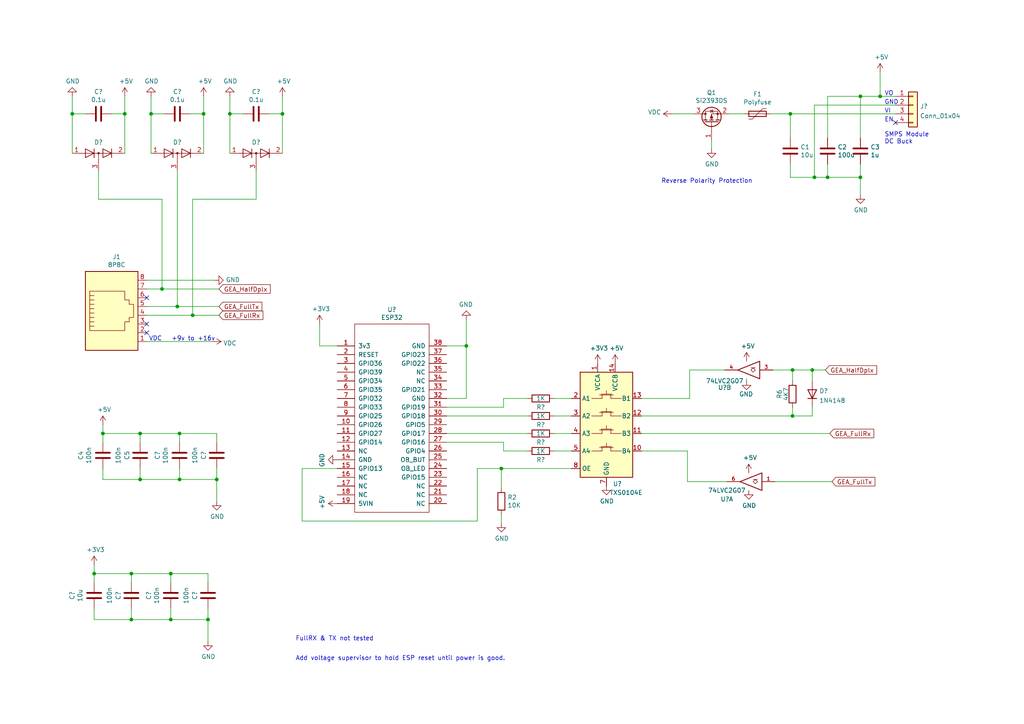
<source format=kicad_sch>
(kicad_sch (version 20211123) (generator eeschema)
  (paper "A4")
  (lib_symbols
    (symbol "74xGxx:74LVC2G07" (pin_names (offset 1.016))
      (property "Reference" "U" (at -2.54 3.81 0))
      (property "Value" "74LVC2G07" (at 0 -3.81 0))
      (symbol "74LVC2G07_0_1"
        (polyline (pts (xy -2.54 -0.635) (xy -1.27 -0.635)))
        (polyline (pts (xy -3.81 2.54) (xy -3.81 -2.54) (xy 2.54 0) (xy -3.81 2.54)) (stroke (width 0.254)))
        (polyline (pts (xy -1.905 0.635) (xy -2.54 0) (xy -1.905 -0.635) (xy -1.27 0) (xy -1.905 0.635)))
        (pin power_in line (at 0 -2.54 270) (length 0) hide (name "GND") (number "2"))
        (pin power_in line (at 0 2.54 90) (length 0) hide (name "VCC") (number "5"))
      )
      (symbol "74LVC2G07_1_1"
        (pin input line (at -7.62 0 0) (length 3.81) (name "~") (number "1"))
        (pin open_collector line (at 6.35 0 180) (length 3.81) (name "~") (number "6"))
      )
      (symbol "74LVC2G07_2_1"
        (pin input line (at -7.62 0 0) (length 3.81) (name "~") (number "3"))
        (pin open_collector line (at 6.35 0 180) (length 3.81) (name "~") (number "4"))
      )
    )
    (symbol "AtariWiiWifi:ESP32" (pin_names (offset 1.016))
      (property "Reference" "U" (at -5.08 -38.1 0))
      (property "Value" "ESP32" (at -1.27 16.51 0))
      (symbol "ESP32_0_0"
        (pin power_out line (at -17.78 12.7 0) (length 5.08) (name "3v3") (number "1"))
        (pin passive line (at -17.78 -10.16 0) (length 5.08) (name "GPIO26") (number "10"))
        (pin passive line (at -17.78 -12.7 0) (length 5.08) (name "GPIO27") (number "11"))
        (pin passive line (at -17.78 -15.24 0) (length 5.08) (name "GPIO14") (number "12"))
        (pin passive line (at -17.78 -17.78 0) (length 5.08) (name "NC") (number "13"))
        (pin power_in line (at -17.78 -20.32 0) (length 5.08) (name "GND") (number "14"))
        (pin passive line (at -17.78 -22.86 0) (length 5.08) (name "GPIO13") (number "15"))
        (pin passive line (at -17.78 -25.4 0) (length 5.08) (name "NC") (number "16"))
        (pin passive line (at -17.78 -27.94 0) (length 5.08) (name "NC") (number "17"))
        (pin passive line (at -17.78 -30.48 0) (length 5.08) (name "NC") (number "18"))
        (pin power_in line (at -17.78 -33.02 0) (length 5.08) (name "5VIN") (number "19"))
        (pin passive line (at -17.78 10.16 0) (length 5.08) (name "RESET") (number "2"))
        (pin passive line (at 13.97 -33.02 180) (length 5.08) (name "NC") (number "20"))
        (pin passive line (at 13.97 -30.48 180) (length 5.08) (name "NC") (number "21"))
        (pin passive line (at 13.97 -27.94 180) (length 5.08) (name "NC") (number "22"))
        (pin passive line (at 13.97 -25.4 180) (length 5.08) (name "GPIO15") (number "23"))
        (pin passive line (at 13.97 -22.86 180) (length 5.08) (name "OB_LED") (number "24"))
        (pin passive line (at 13.97 -20.32 180) (length 5.08) (name "OB_BUT") (number "25"))
        (pin passive line (at 13.97 -17.78 180) (length 5.08) (name "GPIO4") (number "26"))
        (pin passive line (at 13.97 -15.24 180) (length 5.08) (name "GPIO16") (number "27"))
        (pin passive line (at 13.97 -12.7 180) (length 5.08) (name "GPIO17") (number "28"))
        (pin passive line (at 13.97 -10.16 180) (length 5.08) (name "GPIO5") (number "29"))
        (pin passive line (at -17.78 7.62 0) (length 5.08) (name "GPIO36") (number "3"))
        (pin passive line (at 13.97 -7.62 180) (length 5.08) (name "GPIO18") (number "30"))
        (pin passive line (at 13.97 -5.08 180) (length 5.08) (name "GPIO19") (number "31"))
        (pin power_in line (at 13.97 -2.54 180) (length 5.08) (name "GND") (number "32"))
        (pin passive line (at 13.97 0 180) (length 5.08) (name "GPIO21") (number "33"))
        (pin passive line (at 13.97 2.54 180) (length 5.08) (name "NC") (number "34"))
        (pin passive line (at 13.97 5.08 180) (length 5.08) (name "NC") (number "35"))
        (pin passive line (at 13.97 7.62 180) (length 5.08) (name "GPIO22") (number "36"))
        (pin passive line (at 13.97 10.16 180) (length 5.08) (name "GPIO23") (number "37"))
        (pin power_out line (at 13.97 12.7 180) (length 5.08) (name "GND") (number "38"))
        (pin passive line (at -17.78 5.08 0) (length 5.08) (name "GPIO39") (number "4"))
        (pin passive line (at -17.78 2.54 0) (length 5.08) (name "GPIO34") (number "5"))
        (pin passive line (at -17.78 0 0) (length 5.08) (name "GPIO35") (number "6"))
        (pin passive line (at -17.78 -2.54 0) (length 5.08) (name "GPIO32") (number "7"))
        (pin passive line (at -17.78 -5.08 0) (length 5.08) (name "GPIO33") (number "8"))
        (pin passive line (at -17.78 -7.62 0) (length 5.08) (name "GPIO25") (number "9"))
      )
      (symbol "ESP32_0_1"
        (rectangle (start 8.89 -35.56) (end -12.7 19.05))
      )
    )
    (symbol "AtariWiiWifi:TXS0104E"
      (property "Reference" "U" (at -6.35 21.59 0))
      (property "Value" "TXS0104E" (at 3.81 21.59 0))
      (symbol "TXS0104E_0_0"
        (pin no_connect line (at -10.16 -5.08 0) (length 2.54) hide (name "NC") (number "6"))
        (pin no_connect line (at 10.16 -5.08 180) (length 2.54) hide (name "NC") (number "9"))
      )
      (symbol "TXS0104E_0_1"
        (rectangle (start -7.62 20.32) (end 7.62 -10.16) (stroke (width 0.254)) (fill (type background)))
        (polyline (pts (xy -4.318 -2.54) (xy -1.27 -2.54)))
        (polyline (pts (xy -4.318 7.62) (xy -1.27 7.62)))
        (polyline (pts (xy -2.032 -1.524) (xy 2.032 -1.524)))
        (polyline (pts (xy -2.032 8.636) (xy 2.032 8.636)))
        (polyline (pts (xy -1.524 -1.27) (xy 1.524 -1.27)))
        (polyline (pts (xy -1.524 8.89) (xy 1.524 8.89)))
        (polyline (pts (xy -1.27 -2.54) (xy -1.27 -1.524)))
        (polyline (pts (xy -1.27 7.62) (xy -1.27 8.636)))
        (polyline (pts (xy 0 -1.27) (xy 0 -0.254)))
        (polyline (pts (xy 0 8.89) (xy 0 9.906)))
        (polyline (pts (xy 1.27 -2.54) (xy 1.27 -1.524)))
        (polyline (pts (xy 1.27 7.62) (xy 1.27 8.636)))
        (polyline (pts (xy 4.318 -2.54) (xy 1.27 -2.54)))
        (polyline (pts (xy 4.318 7.62) (xy 1.27 7.62)))
      )
      (symbol "TXS0104E_1_1"
        (polyline (pts (xy -4.318 2.54) (xy -1.27 2.54)))
        (polyline (pts (xy -4.318 12.7) (xy -1.27 12.7)))
        (polyline (pts (xy -2.032 3.556) (xy 2.032 3.556)))
        (polyline (pts (xy -2.032 13.716) (xy 2.032 13.716)))
        (polyline (pts (xy -1.524 3.81) (xy 1.524 3.81)))
        (polyline (pts (xy -1.524 13.97) (xy 1.524 13.97)))
        (polyline (pts (xy -1.27 2.54) (xy -1.27 3.556)))
        (polyline (pts (xy -1.27 12.7) (xy -1.27 13.716)))
        (polyline (pts (xy 0 3.81) (xy 0 4.826)))
        (polyline (pts (xy 0 13.97) (xy 0 14.986)))
        (polyline (pts (xy 1.27 2.54) (xy 1.27 3.556)))
        (polyline (pts (xy 1.27 12.7) (xy 1.27 13.716)))
        (polyline (pts (xy 4.318 2.54) (xy 1.27 2.54)))
        (polyline (pts (xy 4.318 12.7) (xy 1.27 12.7)))
        (pin power_in line (at -2.54 22.86 270) (length 2.54) (name "VCCA") (number "1"))
        (pin bidirectional line (at 10.16 -2.54 180) (length 2.54) (name "B4") (number "10"))
        (pin bidirectional line (at 10.16 2.54 180) (length 2.54) (name "B3") (number "11"))
        (pin bidirectional line (at 10.16 7.62 180) (length 2.54) (name "B2") (number "12"))
        (pin bidirectional line (at 10.16 12.7 180) (length 2.54) (name "B1") (number "13"))
        (pin power_in line (at 2.54 22.86 270) (length 2.54) (name "VCCB") (number "14"))
        (pin bidirectional line (at -10.16 12.7 0) (length 2.54) (name "A1") (number "2"))
        (pin bidirectional line (at -10.16 7.62 0) (length 2.54) (name "A2") (number "3"))
        (pin bidirectional line (at -10.16 2.54 0) (length 2.54) (name "A3") (number "4"))
        (pin bidirectional line (at -10.16 -2.54 0) (length 2.54) (name "A4") (number "5"))
        (pin power_in line (at 0 -12.7 90) (length 2.54) (name "GND") (number "7"))
        (pin input line (at -10.16 -7.62 0) (length 2.54) (name "OE") (number "8"))
      )
    )
    (symbol "Connector:8P8C" (pin_names (offset 1.016))
      (property "Reference" "J" (at -5.08 13.97 0))
      (property "Value" "8P8C" (at 2.54 13.97 0))
      (symbol "8P8C_0_1"
        (polyline (pts (xy -5.08 4.445) (xy -6.35 4.445)))
        (polyline (pts (xy -5.08 5.715) (xy -6.35 5.715)))
        (polyline (pts (xy -6.35 -3.175) (xy -5.08 -3.175) (xy -5.08 -3.175)))
        (polyline (pts (xy -6.35 -1.905) (xy -5.08 -1.905) (xy -5.08 -1.905)))
        (polyline (pts (xy -6.35 -0.635) (xy -5.08 -0.635) (xy -5.08 -0.635)))
        (polyline (pts (xy -6.35 0.635) (xy -5.08 0.635) (xy -5.08 0.635)))
        (polyline (pts (xy -6.35 1.905) (xy -5.08 1.905) (xy -5.08 1.905)))
        (polyline (pts (xy -5.08 3.175) (xy -6.35 3.175) (xy -6.35 3.175)))
        (polyline (pts (xy -6.35 -4.445) (xy -6.35 6.985) (xy 3.81 6.985) (xy 3.81 4.445) (xy 5.08 4.445) (xy 5.08 3.175) (xy 6.35 3.175) (xy 6.35 -0.635) (xy 5.08 -0.635) (xy 5.08 -1.905) (xy 3.81 -1.905) (xy 3.81 -4.445) (xy -6.35 -4.445) (xy -6.35 -4.445)))
        (rectangle (start 7.62 12.7) (end -7.62 -10.16) (stroke (width 0.254)) (fill (type background)))
      )
      (symbol "8P8C_1_1"
        (pin passive line (at 10.16 -7.62 180) (length 2.54) (name "~") (number "1"))
        (pin passive line (at 10.16 -5.08 180) (length 2.54) (name "~") (number "2"))
        (pin passive line (at 10.16 -2.54 180) (length 2.54) (name "~") (number "3"))
        (pin passive line (at 10.16 0 180) (length 2.54) (name "~") (number "4"))
        (pin passive line (at 10.16 2.54 180) (length 2.54) (name "~") (number "5"))
        (pin passive line (at 10.16 5.08 180) (length 2.54) (name "~") (number "6"))
        (pin passive line (at 10.16 7.62 180) (length 2.54) (name "~") (number "7"))
        (pin passive line (at 10.16 10.16 180) (length 2.54) (name "~") (number "8"))
      )
    )
    (symbol "Connector_Generic:Conn_01x04" (pin_names (offset 1.016) hide)
      (property "Reference" "J" (at 0 5.08 0))
      (property "Value" "Conn_01x04" (at 0 -7.62 0))
      (symbol "Conn_01x04_1_1"
        (rectangle (start -1.27 -4.953) (end 0 -5.207) (stroke (width 0.1524)))
        (rectangle (start -1.27 -2.413) (end 0 -2.667) (stroke (width 0.1524)))
        (rectangle (start -1.27 0.127) (end 0 -0.127) (stroke (width 0.1524)))
        (rectangle (start -1.27 2.667) (end 0 2.413) (stroke (width 0.1524)))
        (rectangle (start -1.27 3.81) (end 1.27 -6.35) (stroke (width 0.254)) (fill (type background)))
        (pin passive line (at -5.08 2.54 0) (length 3.81) (name "Pin_1") (number "1"))
        (pin passive line (at -5.08 0 0) (length 3.81) (name "Pin_2") (number "2"))
        (pin passive line (at -5.08 -2.54 0) (length 3.81) (name "Pin_3") (number "3"))
        (pin passive line (at -5.08 -5.08 0) (length 3.81) (name "Pin_4") (number "4"))
      )
    )
    (symbol "Device:C" (pin_numbers hide) (pin_names (offset 0.254))
      (property "Reference" "C" (at 0.635 2.54 0))
      (property "Value" "C" (at 0.635 -2.54 0))
      (symbol "C_0_1"
        (polyline (pts (xy -2.032 -0.762) (xy 2.032 -0.762)) (stroke (width 0.508)))
        (polyline (pts (xy -2.032 0.762) (xy 2.032 0.762)) (stroke (width 0.508)))
      )
      (symbol "C_1_1"
        (pin passive line (at 0 3.81 270) (length 2.794) (name "~") (number "1"))
        (pin passive line (at 0 -3.81 90) (length 2.794) (name "~") (number "2"))
      )
    )
    (symbol "Device:Polyfuse" (pin_numbers hide) (pin_names (offset 0))
      (property "Reference" "F" (at -2.54 0 90))
      (property "Value" "Polyfuse" (at 2.54 0 90))
      (symbol "Polyfuse_0_1"
        (rectangle (start -0.762 2.54) (end 0.762 -2.54) (stroke (width 0.254)))
        (polyline (pts (xy 0 2.54) (xy 0 -2.54)))
        (polyline (pts (xy -1.524 2.54) (xy -1.524 1.524) (xy 1.524 -1.524) (xy 1.524 -2.54)))
      )
      (symbol "Polyfuse_1_1"
        (pin passive line (at 0 3.81 270) (length 1.27) (name "~") (number "1"))
        (pin passive line (at 0 -3.81 90) (length 1.27) (name "~") (number "2"))
      )
    )
    (symbol "Device:Q_PMOS_GSD" (pin_names (offset 0) hide)
      (property "Reference" "Q" (at 5.08 1.27 0))
      (property "Value" "Q_PMOS_GSD" (at 5.08 -1.27 0))
      (symbol "Q_PMOS_GSD_0_1"
        (polyline (pts (xy 0.254 0) (xy -2.54 0)))
        (polyline (pts (xy 0.254 1.905) (xy 0.254 -1.905)) (stroke (width 0.254)))
        (polyline (pts (xy 0.762 -1.27) (xy 0.762 -2.286)) (stroke (width 0.254)))
        (polyline (pts (xy 0.762 0.508) (xy 0.762 -0.508)) (stroke (width 0.254)))
        (polyline (pts (xy 0.762 2.286) (xy 0.762 1.27)) (stroke (width 0.254)))
        (polyline (pts (xy 2.54 2.54) (xy 2.54 1.778)))
        (polyline (pts (xy 2.54 -2.54) (xy 2.54 0) (xy 0.762 0)))
        (polyline (pts (xy 0.762 1.778) (xy 3.302 1.778) (xy 3.302 -1.778) (xy 0.762 -1.778)))
        (polyline (pts (xy 2.286 0) (xy 1.27 0.381) (xy 1.27 -0.381) (xy 2.286 0)) (fill (type outline)))
        (polyline (pts (xy 2.794 -0.508) (xy 2.921 -0.381) (xy 3.683 -0.381) (xy 3.81 -0.254)))
        (polyline (pts (xy 3.302 -0.381) (xy 2.921 0.254) (xy 3.683 0.254) (xy 3.302 -0.381)))
        (circle (center 1.651 0) (radius 2.794) (stroke (width 0.254)))
        (circle (center 2.54 -1.778) (radius 0.254) (fill (type outline)))
        (circle (center 2.54 1.778) (radius 0.254) (fill (type outline)))
      )
      (symbol "Q_PMOS_GSD_1_1"
        (pin input line (at -5.08 0 0) (length 2.54) (name "G") (number "1"))
        (pin passive line (at 2.54 -5.08 90) (length 2.54) (name "S") (number "2"))
        (pin passive line (at 2.54 5.08 270) (length 2.54) (name "D") (number "3"))
      )
    )
    (symbol "Device:R" (pin_numbers hide) (pin_names (offset 0))
      (property "Reference" "R" (at 2.032 0 90))
      (property "Value" "R" (at 0 0 90))
      (symbol "R_0_1"
        (rectangle (start -1.016 -2.54) (end 1.016 2.54) (stroke (width 0.254)))
      )
      (symbol "R_1_1"
        (pin passive line (at 0 3.81 270) (length 1.27) (name "~") (number "1"))
        (pin passive line (at 0 -3.81 90) (length 1.27) (name "~") (number "2"))
      )
    )
    (symbol "Diode:1N4148" (pin_numbers hide) (pin_names (offset 1.016) hide)
      (property "Reference" "D" (at 0 2.54 0))
      (property "Value" "1N4148" (at 0 -2.54 0))
      (symbol "1N4148_0_1"
        (polyline (pts (xy -1.27 1.27) (xy -1.27 -1.27)) (stroke (width 0.254)))
        (polyline (pts (xy 1.27 0) (xy -1.27 0)))
        (polyline (pts (xy 1.27 1.27) (xy 1.27 -1.27) (xy -1.27 0) (xy 1.27 1.27)) (stroke (width 0.254)))
      )
      (symbol "1N4148_1_1"
        (pin passive line (at -3.81 0 0) (length 2.54) (name "K") (number "1"))
        (pin passive line (at 3.81 0 180) (length 2.54) (name "A") (number "2"))
      )
    )
    (symbol "Diode:BAV99" (pin_names hide)
      (property "Reference" "D" (at 0 5.08 0))
      (property "Value" "BAV99" (at 0 2.54 0))
      (symbol "BAV99_0_1"
        (polyline (pts (xy -5.08 0) (xy 5.08 0)))
      )
      (symbol "BAV99_1_1"
        (polyline (pts (xy 0 0) (xy 0 -2.54)))
        (polyline (pts (xy -1.27 -1.27) (xy -1.27 1.27) (xy -1.27 1.27)) (stroke (width 0.2032)))
        (polyline (pts (xy 3.81 1.27) (xy 3.81 -1.27) (xy 3.81 -1.27)) (stroke (width 0.2032)))
        (polyline (pts (xy -3.81 1.27) (xy -1.27 0) (xy -3.81 -1.27) (xy -3.81 1.27) (xy -3.81 1.27) (xy -3.81 1.27)) (stroke (width 0.2032)))
        (polyline (pts (xy 1.27 1.27) (xy 3.81 0) (xy 1.27 -1.27) (xy 1.27 1.27) (xy 1.27 1.27) (xy 1.27 1.27)) (stroke (width 0.2032)))
        (circle (center 0 0) (radius 0.254) (fill (type outline)))
        (pin passive line (at -7.62 0 0) (length 2.54) (name "K") (number "1"))
        (pin passive line (at 7.62 0 180) (length 2.54) (name "A") (number "2"))
        (pin passive line (at 0 -5.08 90) (length 2.54) (name "K") (number "3"))
      )
    )
    (symbol "Jumper:SolderJumper_2_Open" (pin_names (offset 0) hide)
      (property "Reference" "JP" (at 0 2.032 0))
      (property "Value" "SolderJumper_2_Open" (at 0 -2.54 0))
      (symbol "SolderJumper_2_Open_0_1"
        (arc (start -0.254 1.016) (mid -1.27 0) (end -0.254 -1.016))
        (arc (start -0.254 1.016) (mid -1.27 0) (end -0.254 -1.016) (fill (type outline)))
        (polyline (pts (xy -0.254 1.016) (xy -0.254 -1.016)))
        (polyline (pts (xy 0.254 1.016) (xy 0.254 -1.016)))
        (arc (start 0.254 -1.016) (mid 1.27 0) (end 0.254 1.016))
        (arc (start 0.254 -1.016) (mid 1.27 0) (end 0.254 1.016) (fill (type outline)))
      )
      (symbol "SolderJumper_2_Open_1_1"
        (pin passive line (at -3.81 0 0) (length 2.54) (name "A") (number "1"))
        (pin passive line (at 3.81 0 180) (length 2.54) (name "B") (number "2"))
      )
    )
    (symbol "power:+3.3V" (power) (pin_names (offset 0))
      (property "Value" "+3.3V" (at 0 3.556 0))
      (symbol "+3.3V_0_1"
        (polyline (pts (xy -0.762 1.27) (xy 0 2.54)))
        (polyline (pts (xy 0 0) (xy 0 2.54)))
        (polyline (pts (xy 0 2.54) (xy 0.762 1.27)))
      )
      (symbol "+3.3V_1_1"
        (pin power_in line (at 0 0 90) (length 0) hide (name "+3V3") (number "1"))
      )
    )
    (symbol "power:+5V" (power) (pin_names (offset 0))
      (property "Value" "+5V" (at 0 3.556 0))
      (symbol "+5V_0_1"
        (polyline (pts (xy -0.762 1.27) (xy 0 2.54)))
        (polyline (pts (xy 0 0) (xy 0 2.54)))
        (polyline (pts (xy 0 2.54) (xy 0.762 1.27)))
      )
      (symbol "+5V_1_1"
        (pin power_in line (at 0 0 90) (length 0) hide (name "+5V") (number "1"))
      )
    )
    (symbol "power:GND" (power) (pin_names (offset 0))
      (property "Value" "GND" (at 0 -3.81 0))
      (symbol "GND_0_1"
        (polyline (pts (xy 0 0) (xy 0 -1.27) (xy 1.27 -1.27) (xy 0 -2.54) (xy -1.27 -1.27) (xy 0 -1.27)))
      )
      (symbol "GND_1_1"
        (pin power_in line (at 0 0 270) (length 0) hide (name "GND") (number "1"))
      )
    )
    (symbol "power:VDC" (power) (pin_names (offset 0))
      (property "Value" "VDC" (at 0 6.35 0))
      (symbol "VDC_0_1"
        (polyline (pts (xy -0.762 1.27) (xy 0 2.54)))
        (polyline (pts (xy 0 0) (xy 0 2.54)))
        (polyline (pts (xy 0 2.54) (xy 0.762 1.27)))
      )
      (symbol "VDC_1_1"
        (pin power_in line (at 0 0 90) (length 0) hide (name "VDC") (number "1"))
      )
    )
  )
  (junction (at 229.87 120.65))
  (junction (at 145.415 135.89))
  (junction (at 38.1 179.705))
  (junction (at 236.22 51.435))
  (junction (at 49.53 166.37))
  (junction (at 135.255 100.33))
  (junction (at 249.555 27.94))
  (junction (at 27.305 166.37))
  (junction (at 38.1 166.37))
  (junction (at 55.88 91.44))
  (junction (at 52.07 139.065))
  (junction (at 240.03 51.435))
  (junction (at 40.64 139.065))
  (junction (at 235.585 107.315))
  (junction (at 29.845 125.73))
  (junction (at 59.055 33.02))
  (junction (at 62.865 139.065))
  (junction (at 43.815 33.02))
  (junction (at 229.87 107.315))
  (junction (at 66.675 33.02))
  (junction (at 249.555 51.435))
  (junction (at 81.915 33.02))
  (junction (at 60.325 179.705))
  (junction (at 229.235 33.02))
  (junction (at 40.64 125.73))
  (junction (at 52.07 125.73))
  (junction (at 46.99 83.82))
  (junction (at 20.955 33.02))
  (junction (at 49.53 179.705))
  (junction (at 36.195 33.02))
  (junction (at 255.27 27.94))
  (junction (at 51.435 88.9))
  (no_connect (at 42.545 86.36))
  (no_connect (at 259.715 35.56))
  (no_connect (at 42.545 93.98))
  (no_connect (at 42.545 96.52))
  (wire (pts (xy 87.63 135.89) (xy 87.63 151.13)))
  (wire (pts (xy 229.235 51.435) (xy 236.22 51.435)))
  (wire (pts (xy 20.955 33.02) (xy 20.955 44.45)))
  (wire (pts (xy 224.79 139.7) (xy 241.3 139.7)))
  (wire (pts (xy 29.845 139.065) (xy 40.64 139.065)))
  (wire (pts (xy 38.1 179.705) (xy 49.53 179.705)))
  (wire (pts (xy 229.235 47.625) (xy 229.235 51.435)))
  (wire (pts (xy 129.54 120.65) (xy 153.035 120.65)))
  (wire (pts (xy 55.88 57.785) (xy 55.88 91.44)))
  (wire (pts (xy 145.415 135.89) (xy 165.735 135.89)))
  (wire (pts (xy 52.07 139.065) (xy 62.865 139.065)))
  (wire (pts (xy 194.945 33.02) (xy 201.295 33.02)))
  (wire (pts (xy 145.415 149.225) (xy 145.415 151.765)))
  (wire (pts (xy 52.07 125.73) (xy 40.64 125.73)))
  (wire (pts (xy 49.53 179.705) (xy 60.325 179.705)))
  (wire (pts (xy 55.88 91.44) (xy 63.5 91.44)))
  (wire (pts (xy 49.53 168.91) (xy 49.53 166.37)))
  (wire (pts (xy 52.07 128.27) (xy 52.07 125.73)))
  (wire (pts (xy 249.555 51.435) (xy 249.555 47.625)))
  (wire (pts (xy 97.79 135.89) (xy 87.63 135.89)))
  (wire (pts (xy 186.055 125.73) (xy 240.665 125.73)))
  (wire (pts (xy 49.53 176.53) (xy 49.53 179.705)))
  (wire (pts (xy 36.195 27.94) (xy 36.195 33.02)))
  (wire (pts (xy 160.655 115.57) (xy 165.735 115.57)))
  (wire (pts (xy 135.255 115.57) (xy 135.255 100.33)))
  (wire (pts (xy 28.575 57.785) (xy 46.99 57.785)))
  (wire (pts (xy 28.575 49.53) (xy 28.575 57.785)))
  (wire (pts (xy 229.87 107.315) (xy 229.87 110.49)))
  (wire (pts (xy 60.325 168.91) (xy 60.325 166.37)))
  (wire (pts (xy 129.54 118.11) (xy 146.05 118.11)))
  (wire (pts (xy 224.155 107.315) (xy 229.87 107.315)))
  (wire (pts (xy 186.055 130.81) (xy 199.39 130.81)))
  (wire (pts (xy 146.05 128.27) (xy 146.05 130.81)))
  (wire (pts (xy 27.305 176.53) (xy 27.305 179.705)))
  (wire (pts (xy 235.585 118.11) (xy 235.585 120.65)))
  (wire (pts (xy 240.03 51.435) (xy 249.555 51.435)))
  (wire (pts (xy 186.055 115.57) (xy 200.025 115.57)))
  (wire (pts (xy 229.235 40.005) (xy 229.235 33.02)))
  (wire (pts (xy 236.22 30.48) (xy 236.22 51.435)))
  (wire (pts (xy 235.585 107.315) (xy 235.585 110.49)))
  (wire (pts (xy 249.555 27.94) (xy 255.27 27.94)))
  (wire (pts (xy 129.54 100.33) (xy 135.255 100.33)))
  (wire (pts (xy 235.585 107.315) (xy 239.395 107.315)))
  (wire (pts (xy 235.585 120.65) (xy 229.87 120.65)))
  (wire (pts (xy 146.05 115.57) (xy 153.035 115.57)))
  (wire (pts (xy 135.255 100.33) (xy 135.255 92.71)))
  (wire (pts (xy 40.64 135.89) (xy 40.64 139.065)))
  (wire (pts (xy 24.765 33.02) (xy 20.955 33.02)))
  (wire (pts (xy 146.05 130.81) (xy 153.035 130.81)))
  (wire (pts (xy 38.1 166.37) (xy 27.305 166.37)))
  (wire (pts (xy 62.865 128.27) (xy 62.865 125.73)))
  (wire (pts (xy 42.545 99.06) (xy 61.595 99.06)))
  (wire (pts (xy 42.545 81.28) (xy 62.23 81.28)))
  (wire (pts (xy 36.195 33.02) (xy 36.195 44.45)))
  (wire (pts (xy 255.27 20.955) (xy 255.27 27.94)))
  (wire (pts (xy 129.54 128.27) (xy 146.05 128.27)))
  (wire (pts (xy 74.295 57.785) (xy 55.88 57.785)))
  (wire (pts (xy 81.915 27.94) (xy 81.915 33.02)))
  (wire (pts (xy 52.07 135.89) (xy 52.07 139.065)))
  (wire (pts (xy 43.815 33.02) (xy 43.815 44.45)))
  (wire (pts (xy 42.545 91.44) (xy 55.88 91.44)))
  (wire (pts (xy 27.305 166.37) (xy 27.305 168.91)))
  (wire (pts (xy 259.715 30.48) (xy 236.22 30.48)))
  (wire (pts (xy 55.245 33.02) (xy 59.055 33.02)))
  (wire (pts (xy 60.325 176.53) (xy 60.325 179.705)))
  (wire (pts (xy 97.79 100.33) (xy 92.71 100.33)))
  (wire (pts (xy 32.385 33.02) (xy 36.195 33.02)))
  (wire (pts (xy 27.305 179.705) (xy 38.1 179.705)))
  (wire (pts (xy 66.675 27.94) (xy 66.675 33.02)))
  (wire (pts (xy 240.03 51.435) (xy 236.22 51.435)))
  (wire (pts (xy 59.055 33.02) (xy 59.055 44.45)))
  (wire (pts (xy 29.845 125.73) (xy 29.845 128.27)))
  (wire (pts (xy 42.545 83.82) (xy 46.99 83.82)))
  (wire (pts (xy 62.865 139.065) (xy 62.865 145.415)))
  (wire (pts (xy 60.325 179.705) (xy 60.325 186.055)))
  (wire (pts (xy 87.63 151.13) (xy 138.43 151.13)))
  (wire (pts (xy 216.535 109.855) (xy 216.535 110.49)))
  (wire (pts (xy 240.03 47.625) (xy 240.03 51.435)))
  (wire (pts (xy 211.455 33.02) (xy 215.9 33.02)))
  (wire (pts (xy 29.845 123.19) (xy 29.845 125.73)))
  (wire (pts (xy 223.52 33.02) (xy 229.235 33.02)))
  (wire (pts (xy 49.53 166.37) (xy 38.1 166.37)))
  (wire (pts (xy 199.39 139.7) (xy 210.82 139.7)))
  (wire (pts (xy 46.99 57.785) (xy 46.99 83.82)))
  (wire (pts (xy 29.845 135.89) (xy 29.845 139.065)))
  (wire (pts (xy 229.87 107.315) (xy 235.585 107.315)))
  (wire (pts (xy 138.43 135.89) (xy 145.415 135.89)))
  (wire (pts (xy 138.43 151.13) (xy 138.43 135.89)))
  (wire (pts (xy 249.555 51.435) (xy 249.555 56.515)))
  (wire (pts (xy 255.27 27.94) (xy 259.715 27.94)))
  (wire (pts (xy 160.655 120.65) (xy 165.735 120.65)))
  (wire (pts (xy 62.865 135.89) (xy 62.865 139.065)))
  (wire (pts (xy 92.71 100.33) (xy 92.71 93.98)))
  (wire (pts (xy 66.675 33.02) (xy 66.675 44.45)))
  (wire (pts (xy 160.655 130.81) (xy 165.735 130.81)))
  (wire (pts (xy 145.415 135.89) (xy 145.415 141.605)))
  (wire (pts (xy 59.055 27.94) (xy 59.055 33.02)))
  (wire (pts (xy 129.54 115.57) (xy 135.255 115.57)))
  (wire (pts (xy 40.64 139.065) (xy 52.07 139.065)))
  (wire (pts (xy 229.235 33.02) (xy 259.715 33.02)))
  (wire (pts (xy 42.545 88.9) (xy 51.435 88.9)))
  (wire (pts (xy 240.03 40.005) (xy 240.03 27.94)))
  (wire (pts (xy 229.87 118.11) (xy 229.87 120.65)))
  (wire (pts (xy 249.555 27.94) (xy 249.555 40.005)))
  (wire (pts (xy 27.305 163.83) (xy 27.305 166.37)))
  (wire (pts (xy 200.025 107.315) (xy 210.185 107.315)))
  (wire (pts (xy 160.655 125.73) (xy 165.735 125.73)))
  (wire (pts (xy 146.05 118.11) (xy 146.05 115.57)))
  (wire (pts (xy 200.025 115.57) (xy 200.025 107.315)))
  (wire (pts (xy 81.915 33.02) (xy 81.915 44.45)))
  (wire (pts (xy 206.375 40.64) (xy 206.375 43.18)))
  (wire (pts (xy 74.295 49.53) (xy 74.295 57.785)))
  (wire (pts (xy 186.055 120.65) (xy 229.87 120.65)))
  (wire (pts (xy 20.955 27.94) (xy 20.955 33.02)))
  (wire (pts (xy 60.325 166.37) (xy 49.53 166.37)))
  (wire (pts (xy 38.1 168.91) (xy 38.1 166.37)))
  (wire (pts (xy 51.435 49.53) (xy 51.435 88.9)))
  (wire (pts (xy 43.815 27.94) (xy 43.815 33.02)))
  (wire (pts (xy 46.99 83.82) (xy 63.5 83.82)))
  (wire (pts (xy 62.865 125.73) (xy 52.07 125.73)))
  (wire (pts (xy 240.03 27.94) (xy 249.555 27.94)))
  (wire (pts (xy 38.1 176.53) (xy 38.1 179.705)))
  (wire (pts (xy 40.64 125.73) (xy 29.845 125.73)))
  (wire (pts (xy 51.435 88.9) (xy 63.5 88.9)))
  (wire (pts (xy 129.54 125.73) (xy 153.035 125.73)))
  (wire (pts (xy 47.625 33.02) (xy 43.815 33.02)))
  (wire (pts (xy 78.105 33.02) (xy 81.915 33.02)))
  (wire (pts (xy 40.64 128.27) (xy 40.64 125.73)))
  (wire (pts (xy 70.485 33.02) (xy 66.675 33.02)))
  (wire (pts (xy 199.39 130.81) (xy 199.39 139.7)))
  (text "Add voltage supervisor to hold ESP reset until power is good." (at 85.725 191.77 0) (effects (font (size 1.27 1.27)) (justify left bottom)))
  (text "EN" (at 256.54 35.56 0) (effects (font (size 1.27 1.27)) (justify left bottom)))
  (text "Reverse Polarity Protection" (at 191.77 53.34 0) (effects (font (size 1.27 1.27)) (justify left bottom)))
  (text "VO" (at 256.54 27.94 0) (effects (font (size 1.27 1.27)) (justify left bottom)))
  (text "VI" (at 256.54 33.02 0) (effects (font (size 1.27 1.27)) (justify left bottom)))
  (text "FullRX & TX not tested" (at 85.725 186.055 0) (effects (font (size 1.27 1.27)) (justify left bottom)))
  (text "GND" (at 256.54 30.48 0) (effects (font (size 1.27 1.27)) (justify left bottom)))
  (text "SMPS Module\nDC Buck" (at 256.54 41.91 0) (effects (font (size 1.27 1.27)) (justify left bottom)))
  (text "VDC   +9v to +16v" (at 43.18 99.06 0) (effects (font (size 1.27 1.27)) (justify left bottom)))
  (global_label "GEA_HalfDplx" (shape input) (at 63.5 83.82 0) (property "Intersheet References" "${INTERSHEET_REFS}" (effects hide)))
  (global_label "GEA_FullRx" (shape input) (at 63.5 91.44 0) (property "Intersheet References" "${INTERSHEET_REFS}" (effects hide)))
  (global_label "GEA_FullRx" (shape input) (at 240.665 125.73 0) (property "Intersheet References" "${INTERSHEET_REFS}" (effects hide)))
  (global_label "GEA_HalfDplx" (shape input) (at 239.395 107.315 0) (property "Intersheet References" "${INTERSHEET_REFS}" (effects hide)))
  (global_label "GEA_FullTx" (shape input) (at 63.5 88.9 0) (property "Intersheet References" "${INTERSHEET_REFS}" (effects hide)))
  (global_label "GEA_FullTx" (shape input) (at 241.3 139.7 0) (property "Intersheet References" "${INTERSHEET_REFS}" (effects hide)))
  (symbol (lib_id "Connector:8P8C") (at 32.385 91.44 0) (unit 1)
    (property "Reference" "J1" (at 33.8328 74.4982 0))
    (property "Value" "8P8C" (at 33.8328 76.8096 0))
    (property "Footprint" "Connectors:RJ45_8" (effects hide))
    (property "Datasheet" "https://github.com/puddly/casserole/issues/3#issue-433554335" (effects hide))
  )
  (symbol (lib_id "power:GND") (at 62.23 81.28 90) (unit 1)
    (property "Reference" "#PWR0103" (effects hide))
    (property "Value" "GND" (at 65.4812 81.153 90) (effects (justify right)))
  )
  (symbol (lib_id "Device:Q_PMOS_GSD") (at 206.375 35.56 90) (unit 1)
    (property "Reference" "Q1" (at 206.375 26.8732 90))
    (property "Value" "Si2393DS" (at 206.375 29.1846 90))
    (property "Datasheet" "https://www.mouser.com/datasheet/2/427/si2393ds-1765301.pdf" (effects hide))
  )
  (symbol (lib_id "Device:R") (at 156.845 130.81 90) (unit 1)
    (property "Reference" "R?" (at 156.845 133.35 90))
    (property "Value" "1K" (at 156.845 130.81 90))
  )
  (symbol (lib_id "Device:Polyfuse") (at 219.71 33.02 270) (unit 1)
    (property "Reference" "F1" (at 219.71 27.305 90))
    (property "Value" "Polyfuse" (at 219.71 29.6164 90))
    (property "Footprint" "Resistors_SMD:R_1812_HandSoldering" (effects hide))
    (property "Datasheet" "https://www.mouser.com/ProductDetail/Bourns/MF-MSMF030-2?qs=4Enggx7jqVwuh3vnyeU3lA%3D%3D" (effects hide))
  )
  (symbol (lib_id "power:GND") (at 206.375 43.18 0) (unit 1)
    (property "Reference" "#PWR0107" (effects hide))
    (property "Value" "GND" (at 206.502 47.5742 0))
  )
  (symbol (lib_id "power:GND") (at 249.555 56.515 0) (unit 1)
    (property "Reference" "#PWR0111" (effects hide))
    (property "Value" "GND" (at 249.682 60.9092 0))
  )
  (symbol (lib_id "Device:C") (at 229.235 43.815 0) (unit 1)
    (property "Reference" "C1" (at 232.156 42.6466 0) (effects (justify left)))
    (property "Value" "10u" (at 232.156 44.958 0) (effects (justify left)))
  )
  (symbol (lib_id "Device:C") (at 240.03 43.815 0) (unit 1)
    (property "Reference" "C2" (at 242.951 42.6466 0) (effects (justify left)))
    (property "Value" "100u" (at 242.951 44.958 0) (effects (justify left)))
  )
  (symbol (lib_id "power:+5V") (at 255.27 20.955 0) (unit 1)
    (property "Reference" "#PWR0108" (effects hide))
    (property "Value" "+5V" (at 255.651 16.5608 0))
  )
  (symbol (lib_id "power:+5V") (at 29.845 123.19 0) (unit 1)
    (property "Reference" "#PWR0109" (effects hide))
    (property "Value" "+5V" (at 30.226 118.7958 0))
  )
  (symbol (lib_id "Jumper:SolderJumper_2_Open") (at 353.695 161.29 270) (unit 1)
    (property "Reference" "JP1" (at 348.615 160.655 90) (effects (justify left)))
    (property "Value" "WriteProtect" (at 340.995 163.195 90) (effects (justify left)))
  )
  (symbol (lib_id "Device:R") (at 229.87 114.3 180) (unit 1)
    (property "Reference" "R6" (at 226.06 114.3 90))
    (property "Value" "4K7" (at 227.965 114.3 90))
  )
  (symbol (lib_id "Device:R") (at 145.415 145.415 0) (unit 1)
    (property "Reference" "R2" (at 147.193 144.2466 0) (effects (justify left)))
    (property "Value" "10K" (at 147.193 146.558 0) (effects (justify left)))
  )
  (symbol (lib_id "Device:C") (at 249.555 43.815 0) (unit 1)
    (property "Reference" "C3" (at 252.476 42.6466 0) (effects (justify left)))
    (property "Value" "1u" (at 252.476 44.958 0) (effects (justify left)))
  )
  (symbol (lib_id "Device:C") (at 29.845 132.08 0) (unit 1)
    (property "Reference" "C4" (at 23.4442 132.08 90))
    (property "Value" "100n" (at 25.7556 132.08 90))
  )
  (symbol (lib_id "Device:C") (at 40.64 132.08 180) (unit 1)
    (property "Reference" "C5" (at 36.83 132.08 90))
    (property "Value" "100n" (at 34.29 132.08 90))
  )
  (symbol (lib_id "power:GND") (at 135.255 92.71 180) (unit 1)
    (property "Reference" "#PWR0112" (effects hide))
    (property "Value" "GND" (at 135.128 88.3158 0))
  )
  (symbol (lib_id "power:+3.3V") (at 92.71 93.98 0) (unit 1)
    (property "Reference" "#PWR0113" (effects hide))
    (property "Value" "+3.3V" (at 93.091 89.5858 0))
  )
  (symbol (lib_id "power:GND") (at 175.895 140.97 0) (unit 1)
    (property "Reference" "#PWR?" (effects hide))
    (property "Value" "GND" (at 176.022 145.3642 0))
  )
  (symbol (lib_id "power:+5V") (at 217.17 137.16 0) (unit 1)
    (property "Reference" "#PWR?" (effects hide))
    (property "Value" "+5V" (at 217.551 132.7658 0))
  )
  (symbol (lib_id "power:GND") (at 216.535 110.49 0) (unit 1)
    (property "Reference" "#PWR?" (effects hide))
    (property "Value" "GND" (at 218.44 114.3 0) (effects (justify right)))
  )
  (symbol (lib_id "power:VDC") (at 61.595 99.06 270) (unit 1)
    (property "Reference" "#PWR?" (effects hide))
    (property "Value" "VDC" (at 64.77 99.539 90) (effects (justify left)))
  )
  (symbol (lib_id "Device:C") (at 51.435 33.02 270) (unit 1)
    (property "Reference" "C?" (at 51.435 26.6192 90))
    (property "Value" "0.1u" (at 51.435 28.9306 90))
    (property "Footprint" "Capacitor_Tantalum_SMD:CP_EIA-1608-10_AVX-L" (effects hide))
  )
  (symbol (lib_id "74xGxx:74LVC2G07") (at 216.535 107.315 180) (unit 2)
    (property "Reference" "U?" (at 210.185 112.395 0))
    (property "Value" "74LVC2G07" (at 210.185 110.49 0))
    (property "Datasheet" "http://www.ti.com/lit/sg/scyt129e/scyt129e.pdf" (effects hide))
  )
  (symbol (lib_id "Device:C") (at 52.07 132.08 0) (unit 1)
    (property "Reference" "C?" (at 45.6692 132.08 90))
    (property "Value" "100n" (at 47.9806 132.08 90))
  )
  (symbol (lib_id "Device:C") (at 49.53 172.72 0) (unit 1)
    (property "Reference" "C?" (at 43.1292 172.72 90))
    (property "Value" "100n" (at 45.4406 172.72 90))
  )
  (symbol (lib_id "power:+5V") (at 216.535 104.775 0) (unit 1)
    (property "Reference" "#PWR?" (effects hide))
    (property "Value" "+5V" (at 216.916 100.3808 0))
  )
  (symbol (lib_id "power:GND") (at 97.79 133.35 270) (unit 1)
    (property "Reference" "#PWR?" (effects hide))
    (property "Value" "GND" (at 93.3958 133.477 0))
  )
  (symbol (lib_id "Device:R") (at 156.845 115.57 90) (unit 1)
    (property "Reference" "R?" (at 156.845 118.11 90))
    (property "Value" "1K" (at 156.845 115.57 90))
  )
  (symbol (lib_id "power:VDC") (at 194.945 33.02 90) (unit 1)
    (property "Reference" "#PWR?" (effects hide))
    (property "Value" "VDC" (at 191.77 32.541 90) (effects (justify left)))
  )
  (symbol (lib_id "AtariWiiWifi:ESP32") (at 115.57 113.03 0) (unit 1)
    (property "Reference" "U?" (at 113.665 89.789 0))
    (property "Value" "ESP32" (at 113.665 92.1004 0))
    (property "Footprint" "AtariWiiWifi:DIP-38_900_ELL" (effects hide))
  )
  (symbol (lib_id "power:+3.3V") (at 27.305 163.83 0) (unit 1)
    (property "Reference" "#PWR?" (effects hide))
    (property "Value" "+3.3V" (at 27.686 159.4358 0))
  )
  (symbol (lib_id "Device:C") (at 60.325 172.72 180) (unit 1)
    (property "Reference" "C?" (at 56.515 172.72 90))
    (property "Value" "100n" (at 53.975 172.72 90))
  )
  (symbol (lib_id "power:GND") (at 62.865 145.415 0) (unit 1)
    (property "Reference" "#PWR?" (effects hide))
    (property "Value" "GND" (at 62.992 149.8092 0))
  )
  (symbol (lib_id "Device:C") (at 74.295 33.02 270) (unit 1)
    (property "Reference" "C?" (at 74.295 26.6192 90))
    (property "Value" "0.1u" (at 74.295 28.9306 90))
    (property "Footprint" "Capacitor_Tantalum_SMD:CP_EIA-1608-10_AVX-L" (effects hide))
  )
  (symbol (lib_id "Device:C") (at 27.305 172.72 0) (unit 1)
    (property "Reference" "C?" (at 20.9042 172.72 90))
    (property "Value" "10u" (at 23.2156 172.72 90))
  )
  (symbol (lib_id "power:GND") (at 145.415 151.765 0) (unit 1)
    (property "Reference" "#PWR?" (effects hide))
    (property "Value" "GND" (at 145.542 156.1592 0))
  )
  (symbol (lib_id "Connector_Generic:Conn_01x04") (at 264.795 30.48 0) (unit 1)
    (property "Reference" "J?" (at 266.827 30.8415 0) (effects (justify left)))
    (property "Value" "Conn_01x04" (at 266.827 33.6166 0) (effects (justify left)))
  )
  (symbol (lib_id "power:GND") (at 66.675 27.94 0) (mirror x) (unit 1)
    (property "Reference" "#PWR?" (effects hide))
    (property "Value" "GND" (at 66.802 23.5458 0))
  )
  (symbol (lib_id "Diode:BAV99") (at 28.575 44.45 0) (unit 1)
    (property "Reference" "D?" (at 28.575 41.275 0))
    (property "Value" "BAV99" (effects hide))
    (property "Footprint" "Package_TO_SOT_SMD:SOT-23" (effects hide))
    (property "Datasheet" "https://assets.nexperia.com/documents/data-sheet/BAV99_SER.pdf" (effects hide))
  )
  (symbol (lib_id "Diode:BAV99") (at 74.295 44.45 0) (unit 1)
    (property "Reference" "D?" (at 74.295 41.275 0))
    (property "Value" "BAV99" (effects hide))
    (property "Footprint" "Package_TO_SOT_SMD:SOT-23" (effects hide))
    (property "Datasheet" "https://assets.nexperia.com/documents/data-sheet/BAV99_SER.pdf" (effects hide))
  )
  (symbol (lib_id "74xGxx:74LVC2G07") (at 217.17 139.7 180) (unit 1)
    (property "Reference" "U?" (at 210.82 144.78 0))
    (property "Value" "74LVC2G07" (at 210.82 142.24 0))
    (property "Datasheet" "http://www.ti.com/lit/sg/scyt129e/scyt129e.pdf" (effects hide))
  )
  (symbol (lib_id "power:GND") (at 43.815 27.94 0) (mirror x) (unit 1)
    (property "Reference" "#PWR?" (effects hide))
    (property "Value" "GND" (at 43.942 23.5458 0))
  )
  (symbol (lib_id "power:GND") (at 60.325 186.055 0) (unit 1)
    (property "Reference" "#PWR?" (effects hide))
    (property "Value" "GND" (at 60.452 190.4492 0))
  )
  (symbol (lib_id "power:+5V") (at 59.055 27.94 0) (unit 1)
    (property "Reference" "#PWR?" (effects hide))
    (property "Value" "+5V" (at 59.436 23.5458 0))
  )
  (symbol (lib_id "Device:C") (at 28.575 33.02 270) (unit 1)
    (property "Reference" "C?" (at 28.575 26.6192 90))
    (property "Value" "0.1u" (at 28.575 28.9306 90))
    (property "Footprint" "Capacitor_Tantalum_SMD:CP_EIA-1608-10_AVX-L" (effects hide))
  )
  (symbol (lib_id "AtariWiiWifi:TXS0104E") (at 175.895 128.27 0) (unit 1)
    (property "Reference" "U?" (at 179.07 140.335 0))
    (property "Value" "TXS0104E" (at 181.61 142.875 0))
    (property "Footprint" "Housings_SSOP:TSSOP-14_4.4x5mm_Pitch0.65mm" (effects hide))
  )
  (symbol (lib_id "Diode:1N4148") (at 235.585 114.3 90) (unit 1)
    (property "Reference" "D?" (at 237.617 113.3915 90) (effects (justify right)))
    (property "Value" "1N4148" (at 237.617 116.1666 90) (effects (justify right)))
    (property "Footprint" "Diode_THT:D_DO-35_SOD27_P7.62mm_Horizontal" (effects hide))
    (property "Datasheet" "https://assets.nexperia.com/documents/data-sheet/1N4148_1N4448.pdf" (effects hide))
  )
  (symbol (lib_id "power:+5V") (at 81.915 27.94 0) (unit 1)
    (property "Reference" "#PWR?" (effects hide))
    (property "Value" "+5V" (at 82.296 23.5458 0))
  )
  (symbol (lib_id "Device:R") (at 156.845 125.73 90) (unit 1)
    (property "Reference" "R?" (at 156.845 128.27 90))
    (property "Value" "1K" (at 156.845 125.73 90))
  )
  (symbol (lib_id "Device:R") (at 156.845 120.65 90) (unit 1)
    (property "Reference" "R?" (at 156.845 123.19 90))
    (property "Value" "1K" (at 156.845 120.65 90))
  )
  (symbol (lib_id "power:+3.3V") (at 173.355 105.41 0) (unit 1)
    (property "Reference" "#PWR?" (effects hide))
    (property "Value" "+3.3V" (at 173.736 101.0158 0))
  )
  (symbol (lib_id "power:+5V") (at 36.195 27.94 0) (unit 1)
    (property "Reference" "#PWR?" (effects hide))
    (property "Value" "+5V" (at 36.576 23.5458 0))
  )
  (symbol (lib_id "power:+5V") (at 178.435 105.41 0) (unit 1)
    (property "Reference" "#PWR?" (effects hide))
    (property "Value" "+5V" (at 178.816 101.0158 0))
  )
  (symbol (lib_id "power:GND") (at 20.955 27.94 0) (mirror x) (unit 1)
    (property "Reference" "#PWR?" (effects hide))
    (property "Value" "GND" (at 21.082 23.5458 0))
  )
  (symbol (lib_id "Diode:BAV99") (at 51.435 44.45 0) (unit 1)
    (property "Reference" "D?" (at 51.435 41.275 0))
    (property "Value" "BAV99" (effects hide))
    (property "Footprint" "Package_TO_SOT_SMD:SOT-23" (effects hide))
    (property "Datasheet" "https://assets.nexperia.com/documents/data-sheet/BAV99_SER.pdf" (effects hide))
  )
  (symbol (lib_id "Device:C") (at 62.865 132.08 180) (unit 1)
    (property "Reference" "C?" (at 59.055 132.08 90))
    (property "Value" "100n" (at 56.515 132.08 90))
  )
  (symbol (lib_id "power:+5V") (at 97.79 146.05 90) (unit 1)
    (property "Reference" "#PWR?" (effects hide))
    (property "Value" "+5V" (at 93.3958 145.669 0))
  )
  (symbol (lib_id "power:GND") (at 217.17 142.24 0) (unit 1)
    (property "Reference" "#PWR?" (effects hide))
    (property "Value" "GND" (at 217.297 146.6342 0))
  )
  (symbol (lib_id "Device:C") (at 38.1 172.72 180) (unit 1)
    (property "Reference" "C?" (at 34.29 172.72 90))
    (property "Value" "100n" (at 31.75 172.72 90))
  )
)
</source>
